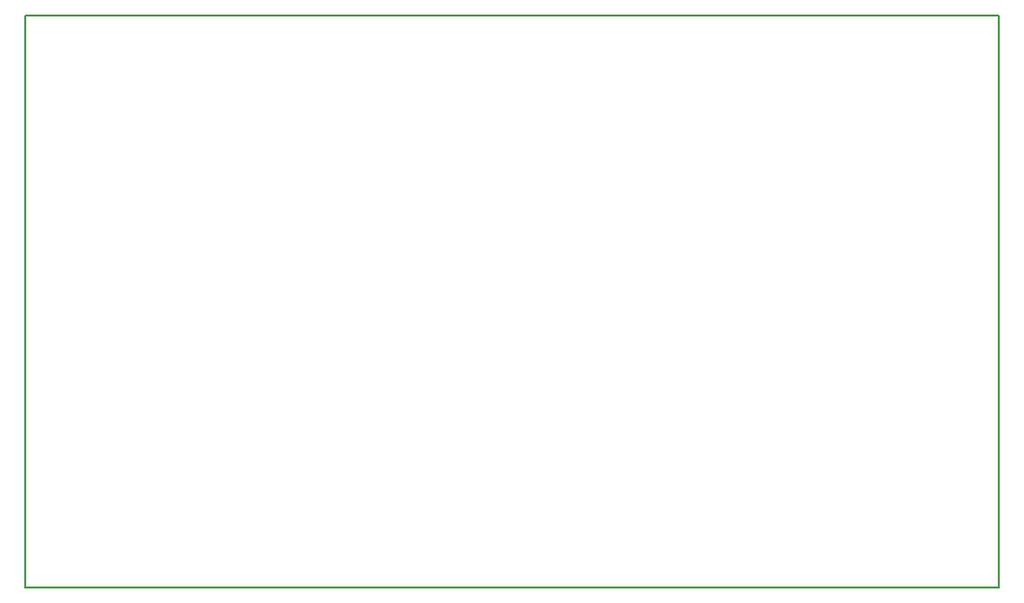
<source format=gbr>
G04 #@! TF.FileFunction,Profile,NP*
%FSLAX46Y46*%
G04 Gerber Fmt 4.6, Leading zero omitted, Abs format (unit mm)*
G04 Created by KiCad (PCBNEW 4.0.2-stable) date 2016/07/28 10:55:11*
%MOMM*%
G01*
G04 APERTURE LIST*
%ADD10C,0.100000*%
%ADD11C,0.150000*%
G04 APERTURE END LIST*
D10*
D11*
X100000000Y-50000000D02*
X15000000Y-50000000D01*
X15000000Y0D02*
X100000000Y0D01*
X15000000Y-50000000D02*
X15000000Y0D01*
X100000000Y0D02*
X100000000Y-50000000D01*
M02*

</source>
